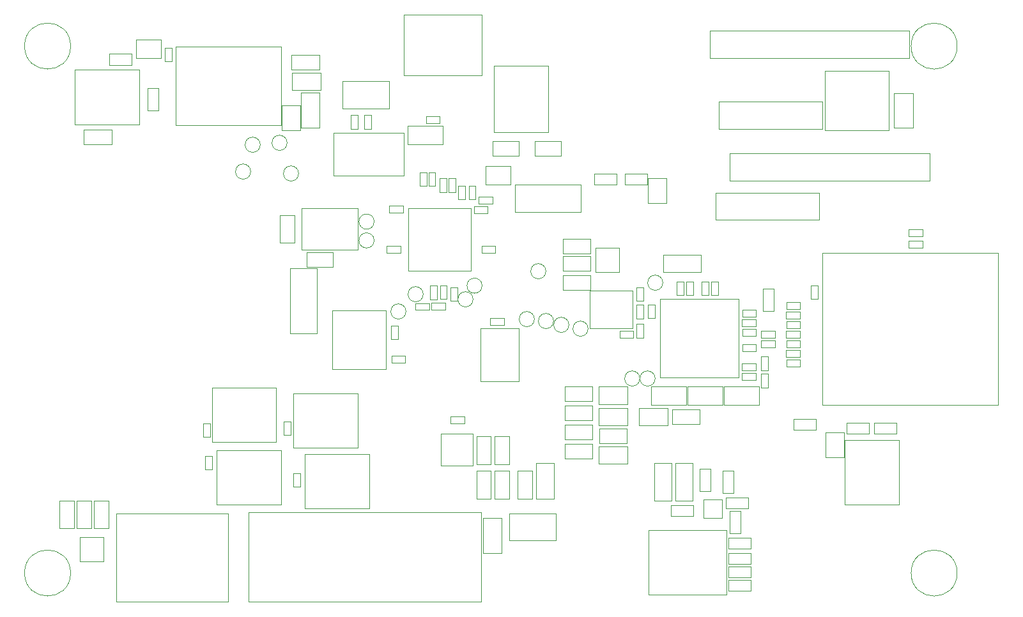
<source format=gbr>
%TF.GenerationSoftware,KiCad,Pcbnew,8.0.0*%
%TF.CreationDate,2024-03-13T17:22:47+01:00*%
%TF.ProjectId,BalloonMotherboardV3,42616c6c-6f6f-46e4-9d6f-74686572626f,rev?*%
%TF.SameCoordinates,Original*%
%TF.FileFunction,Other,User*%
%FSLAX46Y46*%
G04 Gerber Fmt 4.6, Leading zero omitted, Abs format (unit mm)*
G04 Created by KiCad (PCBNEW 8.0.0) date 2024-03-13 17:22:47*
%MOMM*%
%LPD*%
G01*
G04 APERTURE LIST*
%ADD10C,0.050000*%
%ADD11C,0.100000*%
G04 APERTURE END LIST*
D10*
%TO.C,C13*%
X104854000Y-120756000D02*
X104854000Y-122576000D01*
X103934000Y-120756000D02*
X104854000Y-120756000D01*
X104854000Y-122576000D02*
X103934000Y-122576000D01*
X103934000Y-122576000D02*
X103934000Y-120756000D01*
%TO.C,U1*%
X108668000Y-113620000D02*
X115868000Y-113620000D01*
X115868000Y-113620000D02*
X115868000Y-104820000D01*
X108668000Y-104820000D02*
X108668000Y-113620000D01*
X115868000Y-104820000D02*
X108668000Y-104820000D01*
%TO.C,C7*%
X64234000Y-107820000D02*
X64234000Y-110780000D01*
X62774000Y-107820000D02*
X64234000Y-107820000D01*
X64234000Y-110780000D02*
X62774000Y-110780000D01*
X62774000Y-110780000D02*
X62774000Y-107820000D01*
%TO.C,JH3*%
X134352000Y-147340000D02*
X134352000Y-149840000D01*
X134352000Y-147340000D02*
X138952000Y-147340000D01*
X138952000Y-149840000D02*
X134352000Y-149840000D01*
X138952000Y-149840000D02*
X138952000Y-147340000D01*
%TO.C,C48*%
X106659000Y-122222000D02*
X108479000Y-122222000D01*
X106659000Y-123142000D02*
X106659000Y-122222000D01*
X108479000Y-122222000D02*
X108479000Y-123142000D01*
X108479000Y-123142000D02*
X106659000Y-123142000D01*
%TO.C,C36*%
X100097000Y-137225000D02*
X98277000Y-137225000D01*
X100097000Y-136305000D02*
X100097000Y-137225000D01*
X98277000Y-137225000D02*
X98277000Y-136305000D01*
X98277000Y-136305000D02*
X100097000Y-136305000D01*
%TO.C,C33*%
X130000000Y-136504000D02*
X130000000Y-138324000D01*
X129080000Y-136504000D02*
X130000000Y-136504000D01*
X130000000Y-138324000D02*
X129080000Y-138324000D01*
X129080000Y-138324000D02*
X129080000Y-136504000D01*
%TO.C,C52*%
X149246000Y-142192000D02*
X147426000Y-142192000D01*
X149246000Y-141272000D02*
X149246000Y-142192000D01*
X147426000Y-142192000D02*
X147426000Y-141272000D01*
X147426000Y-141272000D02*
X149246000Y-141272000D01*
%TO.C,H1*%
X52580000Y-102235000D02*
G75*
G02*
X46480000Y-102235000I-3050000J0D01*
G01*
X46480000Y-102235000D02*
G75*
G02*
X52580000Y-102235000I3050000J0D01*
G01*
%TO.C,R30*%
X143424000Y-139408000D02*
X141564000Y-139408000D01*
X143424000Y-138468000D02*
X143424000Y-139408000D01*
X141564000Y-139408000D02*
X141564000Y-138468000D01*
X141564000Y-138468000D02*
X143424000Y-138468000D01*
%TO.C,scl0*%
X138463800Y-113204400D02*
X152213800Y-113204400D01*
X152213800Y-113204400D02*
X152213800Y-109604400D01*
X138463800Y-109604400D02*
X138463800Y-113204400D01*
X152213800Y-109604400D02*
X138463800Y-109604400D01*
%TO.C,C25*%
X126028000Y-119158000D02*
X128988000Y-119158000D01*
X126028000Y-120618000D02*
X126028000Y-119158000D01*
X128988000Y-119158000D02*
X128988000Y-120618000D01*
X128988000Y-120618000D02*
X126028000Y-120618000D01*
%TO.C,JHVA1*%
X116867000Y-164189000D02*
X110717000Y-164189000D01*
X110717000Y-164189000D02*
X110717000Y-167789000D01*
X116867000Y-167789000D02*
X116867000Y-164189000D01*
X110717000Y-167789000D02*
X116867000Y-167789000D01*
%TO.C,R10*%
X108265000Y-153979000D02*
X108265000Y-157679000D01*
X106365000Y-153979000D02*
X108265000Y-153979000D01*
X108265000Y-157679000D02*
X106365000Y-157679000D01*
X106365000Y-157679000D02*
X106365000Y-153979000D01*
%TO.C,C4*%
X158334400Y-153650000D02*
X155374400Y-153650000D01*
X158334400Y-152190000D02*
X158334400Y-153650000D01*
X155374400Y-153650000D02*
X155374400Y-152190000D01*
X155374400Y-152190000D02*
X158334400Y-152190000D01*
%TO.C,C31*%
X131124000Y-129914000D02*
X136084000Y-129914000D01*
X131124000Y-132214000D02*
X131124000Y-129914000D01*
X136084000Y-129914000D02*
X136084000Y-132214000D01*
X136084000Y-132214000D02*
X131124000Y-132214000D01*
%TO.C,3VLIN2*%
X162350000Y-154475000D02*
X162350000Y-163025000D01*
X155150000Y-154475000D02*
X162350000Y-154475000D01*
X162350000Y-163025000D02*
X155150000Y-163025000D01*
X155150000Y-163025000D02*
X155150000Y-154475000D01*
%TO.C,C9*%
X147426000Y-143812000D02*
X149246000Y-143812000D01*
X147426000Y-144732000D02*
X147426000Y-143812000D01*
X149246000Y-143812000D02*
X149246000Y-144732000D01*
X149246000Y-144732000D02*
X147426000Y-144732000D01*
%TO.C,R36*%
X121484000Y-132014000D02*
X117784000Y-132014000D01*
X121484000Y-130114000D02*
X121484000Y-132014000D01*
X117784000Y-132014000D02*
X117784000Y-130114000D01*
X117784000Y-130114000D02*
X121484000Y-130114000D01*
%TO.C,J6*%
X163720000Y-100206400D02*
X137270000Y-100206400D01*
X137270000Y-100206400D02*
X137270000Y-103806400D01*
X163720000Y-103806400D02*
X163720000Y-100206400D01*
X137270000Y-103806400D02*
X163720000Y-103806400D01*
%TO.C,R22*%
X121738000Y-156906000D02*
X118038000Y-156906000D01*
X121738000Y-155006000D02*
X121738000Y-156906000D01*
X118038000Y-156906000D02*
X118038000Y-155006000D01*
X118038000Y-155006000D02*
X121738000Y-155006000D01*
%TO.C,R23*%
X58050000Y-115250000D02*
X54350000Y-115250000D01*
X58050000Y-113350000D02*
X58050000Y-115250000D01*
X54350000Y-115250000D02*
X54350000Y-113350000D01*
X54350000Y-113350000D02*
X58050000Y-113350000D01*
%TO.C,R24*%
X121738000Y-151826000D02*
X118038000Y-151826000D01*
X121738000Y-149926000D02*
X121738000Y-151826000D01*
X118038000Y-151826000D02*
X118038000Y-149926000D01*
X118038000Y-149926000D02*
X121738000Y-149926000D01*
%TO.C,R25*%
X57592000Y-162488000D02*
X57592000Y-166188000D01*
X55692000Y-162488000D02*
X57592000Y-162488000D01*
X57592000Y-166188000D02*
X55692000Y-166188000D01*
X55692000Y-166188000D02*
X55692000Y-162488000D01*
%TO.C,C39*%
X111936000Y-116804000D02*
X108536000Y-116804000D01*
X111936000Y-114844000D02*
X111936000Y-116804000D01*
X108536000Y-116804000D02*
X108536000Y-114844000D01*
X108536000Y-114844000D02*
X111936000Y-114844000D01*
D11*
%TO.C,H3-8*%
X76200000Y-164070000D02*
X107000000Y-164070000D01*
X76200000Y-175900000D02*
X76200000Y-164070000D01*
X107000000Y-164070000D02*
X107000000Y-175900000D01*
X107000000Y-175900000D02*
X76200000Y-175900000D01*
D10*
%TO.C,TP11*%
X92800000Y-128000000D02*
G75*
G02*
X90800000Y-128000000I-1000000J0D01*
G01*
X90800000Y-128000000D02*
G75*
G02*
X92800000Y-128000000I1000000J0D01*
G01*
%TO.C,TP17*%
X130032000Y-146304000D02*
G75*
G02*
X128032000Y-146304000I-1000000J0D01*
G01*
X128032000Y-146304000D02*
G75*
G02*
X130032000Y-146304000I1000000J0D01*
G01*
%TO.C,C28*%
X135080000Y-133456000D02*
X135080000Y-135276000D01*
X134160000Y-133456000D02*
X135080000Y-133456000D01*
X135080000Y-135276000D02*
X134160000Y-135276000D01*
X134160000Y-135276000D02*
X134160000Y-133456000D01*
%TO.C,R6*%
X140430000Y-158540000D02*
X140430000Y-161500000D01*
X138970000Y-158540000D02*
X140430000Y-158540000D01*
X140430000Y-161500000D02*
X138970000Y-161500000D01*
X138970000Y-161500000D02*
X138970000Y-158540000D01*
%TO.C,C29*%
X133810000Y-133456000D02*
X133810000Y-135276000D01*
X132890000Y-133456000D02*
X133810000Y-133456000D01*
X133810000Y-135276000D02*
X132890000Y-135276000D01*
X132890000Y-135276000D02*
X132890000Y-133456000D01*
%TO.C,C1*%
X105331000Y-122576000D02*
X105331000Y-120756000D01*
X106251000Y-122576000D02*
X105331000Y-122576000D01*
X105331000Y-120756000D02*
X106251000Y-120756000D01*
X106251000Y-120756000D02*
X106251000Y-122576000D01*
%TO.C,R19*%
X121738000Y-149286000D02*
X118038000Y-149286000D01*
X121738000Y-147386000D02*
X121738000Y-149286000D01*
X118038000Y-149286000D02*
X118038000Y-147386000D01*
X118038000Y-147386000D02*
X121738000Y-147386000D01*
%TO.C,R20*%
X81843000Y-103444000D02*
X85543000Y-103444000D01*
X81843000Y-105344000D02*
X81843000Y-103444000D01*
X85543000Y-103444000D02*
X85543000Y-105344000D01*
X85543000Y-105344000D02*
X81843000Y-105344000D01*
%TO.C,R38*%
X149266000Y-138392000D02*
X147406000Y-138392000D01*
X149266000Y-137452000D02*
X149266000Y-138392000D01*
X147406000Y-138392000D02*
X147406000Y-137452000D01*
X147406000Y-137452000D02*
X149266000Y-137452000D01*
%TO.C,JP5*%
X131552000Y-119762000D02*
X129052000Y-119762000D01*
X131552000Y-119762000D02*
X131552000Y-123062000D01*
X129052000Y-123062000D02*
X129052000Y-119762000D01*
X129052000Y-123062000D02*
X131552000Y-123062000D01*
%TO.C,C55*%
X80820000Y-153818000D02*
X80820000Y-151998000D01*
X81740000Y-153818000D02*
X80820000Y-153818000D01*
X80820000Y-151998000D02*
X81740000Y-151998000D01*
X81740000Y-151998000D02*
X81740000Y-153818000D01*
%TO.C,R39*%
X145964000Y-140932000D02*
X144104000Y-140932000D01*
X145964000Y-139992000D02*
X145964000Y-140932000D01*
X144104000Y-140932000D02*
X144104000Y-139992000D01*
X144104000Y-139992000D02*
X145964000Y-139992000D01*
%TO.C,H3*%
X170055000Y-172085000D02*
G75*
G02*
X163955000Y-172085000I-3050000J0D01*
G01*
X163955000Y-172085000D02*
G75*
G02*
X170055000Y-172085000I3050000J0D01*
G01*
%TO.C,JP1*%
X85578000Y-108444000D02*
X83078000Y-108444000D01*
X85578000Y-108444000D02*
X85578000Y-113044000D01*
X83078000Y-113044000D02*
X83078000Y-108444000D01*
X83078000Y-113044000D02*
X85578000Y-113044000D01*
%TO.C,JH2*%
X134126000Y-149840000D02*
X134126000Y-147340000D01*
X134126000Y-149840000D02*
X129526000Y-149840000D01*
X129526000Y-147340000D02*
X134126000Y-147340000D01*
X129526000Y-147340000D02*
X129526000Y-149840000D01*
%TO.C,J1*%
X97348000Y-123764000D02*
X105598000Y-123764000D01*
X97348000Y-132014000D02*
X97348000Y-123764000D01*
X105598000Y-123764000D02*
X105598000Y-132014000D01*
X105598000Y-132014000D02*
X97348000Y-132014000D01*
%TO.C,C26*%
X83898000Y-129576000D02*
X87298000Y-129576000D01*
X83898000Y-131536000D02*
X83898000Y-129576000D01*
X87298000Y-129576000D02*
X87298000Y-131536000D01*
X87298000Y-131536000D02*
X83898000Y-131536000D01*
D11*
%TO.C,LED_OX1*%
X56972000Y-167310000D02*
X56972000Y-170510000D01*
X53772000Y-167310000D02*
X56972000Y-167310000D01*
X56972000Y-170510000D02*
X53772000Y-170510000D01*
X53772000Y-170510000D02*
X53772000Y-167310000D01*
D10*
%TO.C,R16*%
X144056000Y-145202000D02*
X144056000Y-143342000D01*
X144996000Y-145202000D02*
X144056000Y-145202000D01*
X144056000Y-143342000D02*
X144996000Y-143342000D01*
X144996000Y-143342000D02*
X144996000Y-145202000D01*
%TO.C,TP3*%
X121142000Y-139700000D02*
G75*
G02*
X119142000Y-139700000I-1000000J0D01*
G01*
X119142000Y-139700000D02*
G75*
G02*
X121142000Y-139700000I1000000J0D01*
G01*
%TO.C,R40*%
X145964000Y-142202000D02*
X144104000Y-142202000D01*
X145964000Y-141262000D02*
X145964000Y-142202000D01*
X144104000Y-142202000D02*
X144104000Y-141262000D01*
X144104000Y-141262000D02*
X145964000Y-141262000D01*
%TO.C,MUXH1*%
X160968800Y-105549000D02*
X160968800Y-113399000D01*
X152568800Y-105549000D02*
X160968800Y-105549000D01*
X160968800Y-113399000D02*
X152568800Y-113399000D01*
X152568800Y-113399000D02*
X152568800Y-105549000D01*
%TO.C,C34*%
X143404000Y-142700000D02*
X141584000Y-142700000D01*
X143404000Y-141780000D02*
X143404000Y-142700000D01*
X141584000Y-142700000D02*
X141584000Y-141780000D01*
X141584000Y-141780000D02*
X143404000Y-141780000D01*
%TO.C,JH1*%
X109708000Y-164832000D02*
X107208000Y-164832000D01*
X109708000Y-164832000D02*
X109708000Y-169432000D01*
X107208000Y-169432000D02*
X107208000Y-164832000D01*
X107208000Y-169432000D02*
X109708000Y-169432000D01*
%TO.C,R33*%
X143424000Y-145250000D02*
X141564000Y-145250000D01*
X143424000Y-144310000D02*
X143424000Y-145250000D01*
X141564000Y-145250000D02*
X141564000Y-144310000D01*
X141564000Y-144310000D02*
X143424000Y-144310000D01*
%TO.C,TP6*%
X82788000Y-119126000D02*
G75*
G02*
X80788000Y-119126000I-1000000J0D01*
G01*
X80788000Y-119126000D02*
G75*
G02*
X82788000Y-119126000I1000000J0D01*
G01*
%TO.C,C35*%
X143404000Y-140668000D02*
X141584000Y-140668000D01*
X143404000Y-139748000D02*
X143404000Y-140668000D01*
X141584000Y-140668000D02*
X141584000Y-139748000D01*
X141584000Y-139748000D02*
X143404000Y-139748000D01*
%TO.C,C16*%
X128476000Y-134218000D02*
X128476000Y-136038000D01*
X127556000Y-134218000D02*
X128476000Y-134218000D01*
X128476000Y-136038000D02*
X127556000Y-136038000D01*
X127556000Y-136038000D02*
X127556000Y-134218000D01*
%TO.C,R3*%
X109997600Y-139255600D02*
X108137600Y-139255600D01*
X109997600Y-138315600D02*
X109997600Y-139255600D01*
X108137600Y-139255600D02*
X108137600Y-138315600D01*
X108137600Y-138315600D02*
X109997600Y-138315600D01*
%TO.C,C21*%
X142704000Y-174466000D02*
X139744000Y-174466000D01*
X142704000Y-173006000D02*
X142704000Y-174466000D01*
X139744000Y-174466000D02*
X139744000Y-173006000D01*
X139744000Y-173006000D02*
X142704000Y-173006000D01*
%TO.C,R11*%
X111826000Y-162251000D02*
X111826000Y-158551000D01*
X113726000Y-162251000D02*
X111826000Y-162251000D01*
X111826000Y-158551000D02*
X113726000Y-158551000D01*
X113726000Y-158551000D02*
X113726000Y-162251000D01*
%TO.C,C40*%
X107040000Y-128699000D02*
X108860000Y-128699000D01*
X107040000Y-129619000D02*
X107040000Y-128699000D01*
X108860000Y-128699000D02*
X108860000Y-129619000D01*
X108860000Y-129619000D02*
X107040000Y-129619000D01*
D11*
%TO.C,J3*%
X152180000Y-149775000D02*
X152180000Y-129625000D01*
X175480000Y-149775000D02*
X152180000Y-149775000D01*
X152180000Y-129625000D02*
X175480000Y-129625000D01*
X175480000Y-129625000D02*
X175480000Y-149775000D01*
D10*
%TO.C,R37*%
X149266000Y-140932000D02*
X147406000Y-140932000D01*
X149266000Y-139992000D02*
X149266000Y-140932000D01*
X147406000Y-140932000D02*
X147406000Y-139992000D01*
X147406000Y-139992000D02*
X149266000Y-139992000D01*
D11*
%TO.C,SD1*%
X80460000Y-112730000D02*
X66540000Y-112730000D01*
X80460000Y-102270000D02*
X80460000Y-112730000D01*
X66540000Y-112730000D02*
X66540000Y-102270000D01*
X66540000Y-102270000D02*
X80460000Y-102270000D01*
D10*
%TO.C,C17*%
X141370500Y-163861500D02*
X141370500Y-166821500D01*
X139910500Y-163861500D02*
X141370500Y-163861500D01*
X141370500Y-166821500D02*
X139910500Y-166821500D01*
X139910500Y-166821500D02*
X139910500Y-163861500D01*
%TO.C,FB1*%
X144284000Y-137365000D02*
X144284000Y-134415000D01*
X145784000Y-137365000D02*
X144284000Y-137365000D01*
X144284000Y-134415000D02*
X145784000Y-134415000D01*
X145784000Y-134415000D02*
X145784000Y-137365000D01*
%TO.C,R67*%
X92418000Y-111338000D02*
X92418000Y-113198000D01*
X91478000Y-111338000D02*
X92418000Y-111338000D01*
X92418000Y-113198000D02*
X91478000Y-113198000D01*
X91478000Y-113198000D02*
X91478000Y-111338000D01*
%TO.C,R15*%
X163662000Y-128054000D02*
X165522000Y-128054000D01*
X163662000Y-128994000D02*
X163662000Y-128054000D01*
X165522000Y-128054000D02*
X165522000Y-128994000D01*
X165522000Y-128994000D02*
X163662000Y-128994000D01*
%TO.C,C32*%
X137112000Y-133456000D02*
X137112000Y-135276000D01*
X136192000Y-133456000D02*
X137112000Y-133456000D01*
X137112000Y-135276000D02*
X136192000Y-135276000D01*
X136192000Y-135276000D02*
X136192000Y-133456000D01*
%TO.C,TP14*%
X99298000Y-135128000D02*
G75*
G02*
X97298000Y-135128000I-1000000J0D01*
G01*
X97298000Y-135128000D02*
G75*
G02*
X99298000Y-135128000I1000000J0D01*
G01*
%TO.C,TP9*%
X76438000Y-118872000D02*
G75*
G02*
X74438000Y-118872000I-1000000J0D01*
G01*
X74438000Y-118872000D02*
G75*
G02*
X76438000Y-118872000I1000000J0D01*
G01*
%TO.C,R5*%
X142704000Y-168865500D02*
X139744000Y-168865500D01*
X142704000Y-167405500D02*
X142704000Y-168865500D01*
X139744000Y-168865500D02*
X139744000Y-167405500D01*
X139744000Y-167405500D02*
X142704000Y-167405500D01*
%TO.C,JP11*%
X83038000Y-110110000D02*
X80538000Y-110110000D01*
X83038000Y-110110000D02*
X83038000Y-113410000D01*
X80538000Y-113410000D02*
X80538000Y-110110000D01*
X80538000Y-113410000D02*
X83038000Y-113410000D01*
%TO.C,R28*%
X135922000Y-161246000D02*
X135922000Y-158286000D01*
X137382000Y-161246000D02*
X135922000Y-161246000D01*
X135922000Y-158286000D02*
X137382000Y-158286000D01*
X137382000Y-158286000D02*
X137382000Y-161246000D01*
%TO.C,TP4*%
X116570000Y-138684000D02*
G75*
G02*
X114570000Y-138684000I-1000000J0D01*
G01*
X114570000Y-138684000D02*
G75*
G02*
X116570000Y-138684000I1000000J0D01*
G01*
%TO.C,R18*%
X82230000Y-124642000D02*
X82230000Y-128342000D01*
X80330000Y-124642000D02*
X82230000Y-124642000D01*
X82230000Y-128342000D02*
X80330000Y-128342000D01*
X80330000Y-128342000D02*
X80330000Y-124642000D01*
%TO.C,C15*%
X125328000Y-140002000D02*
X127148000Y-140002000D01*
X125328000Y-140922000D02*
X125328000Y-140002000D01*
X127148000Y-140002000D02*
X127148000Y-140922000D01*
X127148000Y-140922000D02*
X125328000Y-140922000D01*
%TO.C,R1*%
X102451000Y-119720000D02*
X102451000Y-121580000D01*
X101511000Y-119720000D02*
X102451000Y-119720000D01*
X102451000Y-121580000D02*
X101511000Y-121580000D01*
X101511000Y-121580000D02*
X101511000Y-119720000D01*
%TO.C,C12*%
X96922000Y-144224000D02*
X95102000Y-144224000D01*
X96922000Y-143304000D02*
X96922000Y-144224000D01*
X95102000Y-144224000D02*
X95102000Y-143304000D01*
X95102000Y-143304000D02*
X96922000Y-143304000D01*
D11*
%TO.C,LED1*%
X122098000Y-128956000D02*
X125298000Y-128956000D01*
X122098000Y-132156000D02*
X122098000Y-128956000D01*
X125298000Y-128956000D02*
X125298000Y-132156000D01*
X125298000Y-132156000D02*
X122098000Y-132156000D01*
%TO.C,S1*%
X111964400Y-139673600D02*
X111964400Y-146673600D01*
X106864400Y-139673600D02*
X111964400Y-139673600D01*
X111964400Y-146673600D02*
X106864400Y-146673600D01*
X106864400Y-146673600D02*
X106864400Y-139673600D01*
D10*
%TO.C,R_shunt1*%
X114243000Y-162243000D02*
X114243000Y-157543000D01*
X116643000Y-162243000D02*
X114243000Y-162243000D01*
X114243000Y-157543000D02*
X116643000Y-157543000D01*
X116643000Y-157543000D02*
X116643000Y-162243000D01*
%TO.C,C49*%
X101494000Y-112474000D02*
X99674000Y-112474000D01*
X101494000Y-111554000D02*
X101494000Y-112474000D01*
X99674000Y-112474000D02*
X99674000Y-111554000D01*
X99674000Y-111554000D02*
X101494000Y-111554000D01*
%TO.C,R34*%
X117784000Y-132654000D02*
X121484000Y-132654000D01*
X117784000Y-134554000D02*
X117784000Y-132654000D01*
X121484000Y-132654000D02*
X121484000Y-134554000D01*
X121484000Y-134554000D02*
X117784000Y-134554000D01*
%TO.C,3VLIN1*%
X61679000Y-112600000D02*
X53129000Y-112600000D01*
X61679000Y-105400000D02*
X61679000Y-112600000D01*
X53129000Y-112600000D02*
X53129000Y-105400000D01*
X53129000Y-105400000D02*
X61679000Y-105400000D01*
%TO.C,IC1*%
X90625000Y-129250000D02*
X83175000Y-129250000D01*
X90625000Y-123750000D02*
X90625000Y-129250000D01*
X83175000Y-129250000D02*
X83175000Y-123750000D01*
X83175000Y-123750000D02*
X90625000Y-123750000D01*
%TO.C,C44*%
X102441000Y-133964000D02*
X102441000Y-135784000D01*
X101521000Y-133964000D02*
X102441000Y-133964000D01*
X102441000Y-135784000D02*
X101521000Y-135784000D01*
X101521000Y-135784000D02*
X101521000Y-133964000D01*
%TO.C,V_5V1*%
X126360000Y-149707000D02*
X122560000Y-149707000D01*
X126360000Y-147357000D02*
X126360000Y-149707000D01*
X122560000Y-149707000D02*
X122560000Y-147357000D01*
X122560000Y-147357000D02*
X126360000Y-147357000D01*
%TO.C,C56*%
X71072000Y-152252000D02*
X71072000Y-154072000D01*
X70152000Y-152252000D02*
X71072000Y-152252000D01*
X71072000Y-154072000D02*
X70152000Y-154072000D01*
X70152000Y-154072000D02*
X70152000Y-152252000D01*
%TO.C,TP5*%
X114030000Y-138430000D02*
G75*
G02*
X112030000Y-138430000I-1000000J0D01*
G01*
X112030000Y-138430000D02*
G75*
G02*
X114030000Y-138430000I1000000J0D01*
G01*
%TO.C,C41*%
X65072000Y-104288000D02*
X65072000Y-102468000D01*
X65992000Y-104288000D02*
X65072000Y-104288000D01*
X65072000Y-102468000D02*
X65992000Y-102468000D01*
X65992000Y-102468000D02*
X65992000Y-104288000D01*
%TO.C,TP2*%
X118602000Y-139192000D02*
G75*
G02*
X116602000Y-139192000I-1000000J0D01*
G01*
X116602000Y-139192000D02*
G75*
G02*
X118602000Y-139192000I1000000J0D01*
G01*
%TO.C,R29*%
X128486000Y-136484000D02*
X128486000Y-138344000D01*
X127546000Y-136484000D02*
X128486000Y-136484000D01*
X128486000Y-138344000D02*
X127546000Y-138344000D01*
X127546000Y-138344000D02*
X127546000Y-136484000D01*
%TO.C,C19*%
X103838000Y-134218000D02*
X103838000Y-136038000D01*
X102918000Y-134218000D02*
X103838000Y-134218000D01*
X103838000Y-136038000D02*
X102918000Y-136038000D01*
X102918000Y-136038000D02*
X102918000Y-134218000D01*
%TO.C,C6*%
X135008000Y-157540000D02*
X135008000Y-162500000D01*
X132708000Y-157540000D02*
X135008000Y-157540000D01*
X135008000Y-162500000D02*
X132708000Y-162500000D01*
X132708000Y-162500000D02*
X132708000Y-157540000D01*
%TO.C,C3*%
X142374500Y-163531500D02*
X139414500Y-163531500D01*
X142374500Y-162071500D02*
X142374500Y-163531500D01*
X139414500Y-163531500D02*
X139414500Y-162071500D01*
X139414500Y-162071500D02*
X142374500Y-162071500D01*
%TO.C,C5*%
X132214000Y-157540000D02*
X132214000Y-162500000D01*
X129914000Y-157540000D02*
X132214000Y-157540000D01*
X132214000Y-162500000D02*
X129914000Y-162500000D01*
X129914000Y-162500000D02*
X129914000Y-157540000D01*
%TO.C,BUCK1*%
X136443000Y-162326000D02*
X138893000Y-162326000D01*
X136443000Y-164826000D02*
X136443000Y-162326000D01*
X138893000Y-162326000D02*
X138893000Y-164826000D01*
X138893000Y-164826000D02*
X136443000Y-164826000D01*
%TO.C,JP10*%
X110870000Y-120630000D02*
X110870000Y-118130000D01*
X110870000Y-120630000D02*
X107570000Y-120630000D01*
X107570000Y-118130000D02*
X110870000Y-118130000D01*
X107570000Y-118130000D02*
X107570000Y-120630000D01*
%TO.C,R4*%
X53020000Y-162488000D02*
X53020000Y-166188000D01*
X51120000Y-162488000D02*
X53020000Y-162488000D01*
X53020000Y-166188000D02*
X51120000Y-166188000D01*
X51120000Y-166188000D02*
X51120000Y-162488000D01*
%TO.C,C47*%
X99997000Y-120798000D02*
X99997000Y-118978000D01*
X100917000Y-120798000D02*
X99997000Y-120798000D01*
X99997000Y-118978000D02*
X100917000Y-118978000D01*
X100917000Y-118978000D02*
X100917000Y-120798000D01*
%TO.C,C23*%
X124924000Y-120618000D02*
X121964000Y-120618000D01*
X124924000Y-119158000D02*
X124924000Y-120618000D01*
X121964000Y-120618000D02*
X121964000Y-119158000D01*
X121964000Y-119158000D02*
X124924000Y-119158000D01*
%TO.C,C53*%
X149246000Y-139652000D02*
X147426000Y-139652000D01*
X149246000Y-138732000D02*
X149246000Y-139652000D01*
X147426000Y-139652000D02*
X147426000Y-138732000D01*
X147426000Y-138732000D02*
X149246000Y-138732000D01*
%TO.C,ICH3*%
X90610000Y-155492000D02*
X82110000Y-155492000D01*
X90610000Y-148292000D02*
X90610000Y-155492000D01*
X82110000Y-155492000D02*
X82110000Y-148292000D01*
X82110000Y-148292000D02*
X90610000Y-148292000D01*
%TO.C,R26*%
X53406000Y-166188000D02*
X53406000Y-162488000D01*
X55306000Y-166188000D02*
X53406000Y-166188000D01*
X53406000Y-162488000D02*
X55306000Y-162488000D01*
X55306000Y-162488000D02*
X55306000Y-166188000D01*
%TO.C,ICH2*%
X92134000Y-163528800D02*
X83634000Y-163528800D01*
X92134000Y-156328800D02*
X92134000Y-163528800D01*
X83634000Y-163528800D02*
X83634000Y-156328800D01*
X83634000Y-156328800D02*
X92134000Y-156328800D01*
%TO.C,V_LAN1*%
X127894000Y-150209000D02*
X131694000Y-150209000D01*
X127894000Y-152559000D02*
X127894000Y-150209000D01*
X131694000Y-150209000D02*
X131694000Y-152559000D01*
X131694000Y-152559000D02*
X127894000Y-152559000D01*
%TO.C,C2*%
X159032000Y-152190000D02*
X161992000Y-152190000D01*
X159032000Y-153650000D02*
X159032000Y-152190000D01*
X161992000Y-152190000D02*
X161992000Y-153650000D01*
X161992000Y-153650000D02*
X159032000Y-153650000D01*
D11*
%TO.C,H1-2*%
X58640000Y-164188000D02*
X73440000Y-164188000D01*
X58640000Y-175918000D02*
X58640000Y-164188000D01*
X73440000Y-164188000D02*
X73440000Y-175918000D01*
X73440000Y-175918000D02*
X58640000Y-175918000D01*
D10*
%TO.C,C22*%
X142704000Y-170910000D02*
X139744000Y-170910000D01*
X142704000Y-169450000D02*
X142704000Y-170910000D01*
X139744000Y-170910000D02*
X139744000Y-169450000D01*
X139744000Y-169450000D02*
X142704000Y-169450000D01*
%TO.C,H2*%
X52580000Y-172085000D02*
G75*
G02*
X46480000Y-172085000I-3050000J0D01*
G01*
X46480000Y-172085000D02*
G75*
G02*
X52580000Y-172085000I3050000J0D01*
G01*
%TO.C,R35*%
X117784000Y-127828000D02*
X121484000Y-127828000D01*
X117784000Y-129728000D02*
X117784000Y-127828000D01*
X121484000Y-127828000D02*
X121484000Y-129728000D01*
X121484000Y-129728000D02*
X117784000Y-129728000D01*
%TO.C,C37*%
X100390000Y-136235000D02*
X102210000Y-136235000D01*
X100390000Y-137155000D02*
X100390000Y-136235000D01*
X102210000Y-136235000D02*
X102210000Y-137155000D01*
X102210000Y-137155000D02*
X100390000Y-137155000D01*
%TO.C,R27*%
X128486000Y-139024000D02*
X128486000Y-140884000D01*
X127546000Y-139024000D02*
X128486000Y-139024000D01*
X128486000Y-140884000D02*
X127546000Y-140884000D01*
X127546000Y-140884000D02*
X127546000Y-139024000D01*
%TO.C,C8*%
X57724000Y-103270000D02*
X60684000Y-103270000D01*
X57724000Y-104730000D02*
X57724000Y-103270000D01*
X60684000Y-103270000D02*
X60684000Y-104730000D01*
X60684000Y-104730000D02*
X57724000Y-104730000D01*
%TO.C,V_shifter1*%
X94380400Y-137248200D02*
X94380400Y-145098200D01*
X87280400Y-137248200D02*
X94380400Y-137248200D01*
X94380400Y-145098200D02*
X87280400Y-145098200D01*
X87280400Y-145098200D02*
X87280400Y-137248200D01*
%TO.C,IC2*%
X141115000Y-146195000D02*
X130665000Y-146195000D01*
X141115000Y-135745000D02*
X141115000Y-146195000D01*
X130665000Y-146195000D02*
X130665000Y-135745000D01*
X130665000Y-135745000D02*
X141115000Y-135745000D01*
%TO.C,R66*%
X89700000Y-113198000D02*
X89700000Y-111338000D01*
X90640000Y-113198000D02*
X89700000Y-113198000D01*
X89700000Y-111338000D02*
X90640000Y-111338000D01*
X90640000Y-111338000D02*
X90640000Y-113198000D01*
%TO.C,JH4*%
X143778000Y-149840000D02*
X143778000Y-147340000D01*
X143778000Y-149840000D02*
X139178000Y-149840000D01*
X139178000Y-147340000D02*
X143778000Y-147340000D01*
X139178000Y-147340000D02*
X139178000Y-149840000D01*
D11*
%TO.C,J2*%
X107054800Y-106133000D02*
X96754800Y-106133000D01*
X107054800Y-98083000D02*
X107054800Y-106133000D01*
X96754800Y-106133000D02*
X96754800Y-98083000D01*
X96754800Y-98083000D02*
X107054800Y-98083000D01*
%TO.C,L1*%
X129128000Y-166438000D02*
X139453000Y-166438000D01*
X129128000Y-174913000D02*
X129128000Y-166438000D01*
X139453000Y-166438000D02*
X139453000Y-174913000D01*
X139453000Y-174913000D02*
X129128000Y-174913000D01*
D10*
%TO.C,R12*%
X104816000Y-152235000D02*
X102956000Y-152235000D01*
X104816000Y-151295000D02*
X104816000Y-152235000D01*
X102956000Y-152235000D02*
X102956000Y-151295000D01*
X102956000Y-151295000D02*
X104816000Y-151295000D01*
%TO.C,TP16*%
X128000000Y-146304000D02*
G75*
G02*
X126000000Y-146304000I-1000000J0D01*
G01*
X126000000Y-146304000D02*
G75*
G02*
X128000000Y-146304000I1000000J0D01*
G01*
%TO.C,C14*%
X132124000Y-163100000D02*
X135084000Y-163100000D01*
X132124000Y-164560000D02*
X132124000Y-163100000D01*
X135084000Y-163100000D02*
X135084000Y-164560000D01*
X135084000Y-164560000D02*
X132124000Y-164560000D01*
%TO.C,IC4*%
X105884000Y-153577000D02*
X105884000Y-157827000D01*
X101634000Y-153577000D02*
X105884000Y-153577000D01*
X105884000Y-157827000D02*
X101634000Y-157827000D01*
X101634000Y-157827000D02*
X101634000Y-153577000D01*
%TO.C,J5*%
X166387000Y-116462400D02*
X139937000Y-116462400D01*
X139937000Y-116462400D02*
X139937000Y-120062400D01*
X166387000Y-120062400D02*
X166387000Y-116462400D01*
X139937000Y-120062400D02*
X166387000Y-120062400D01*
%TO.C,TP1*%
X107100000Y-134000000D02*
G75*
G02*
X105100000Y-134000000I-1000000J0D01*
G01*
X105100000Y-134000000D02*
G75*
G02*
X107100000Y-134000000I1000000J0D01*
G01*
%TO.C,C45*%
X149246000Y-137112000D02*
X147426000Y-137112000D01*
X149246000Y-136192000D02*
X149246000Y-137112000D01*
X147426000Y-137112000D02*
X147426000Y-136192000D01*
X147426000Y-136192000D02*
X149246000Y-136192000D01*
%TO.C,R7*%
X110678000Y-158551000D02*
X110678000Y-162251000D01*
X108778000Y-158551000D02*
X110678000Y-158551000D01*
X110678000Y-162251000D02*
X108778000Y-162251000D01*
X108778000Y-162251000D02*
X108778000Y-158551000D01*
%TO.C,R2*%
X103594000Y-119720000D02*
X103594000Y-121580000D01*
X102654000Y-119720000D02*
X103594000Y-119720000D01*
X103594000Y-121580000D02*
X102654000Y-121580000D01*
X102654000Y-121580000D02*
X102654000Y-119720000D01*
%TO.C,TP15*%
X131048000Y-133604000D02*
G75*
G02*
X129048000Y-133604000I-1000000J0D01*
G01*
X129048000Y-133604000D02*
G75*
G02*
X131048000Y-133604000I1000000J0D01*
G01*
%TO.C,R17*%
X132262000Y-150434000D02*
X135962000Y-150434000D01*
X132262000Y-152334000D02*
X132262000Y-150434000D01*
X135962000Y-150434000D02*
X135962000Y-152334000D01*
X135962000Y-152334000D02*
X132262000Y-152334000D01*
%TO.C,!V_BAT1*%
X122610000Y-152974000D02*
X126310000Y-152974000D01*
X122610000Y-154874000D02*
X122610000Y-152974000D01*
X126310000Y-152974000D02*
X126310000Y-154874000D01*
X126310000Y-154874000D02*
X122610000Y-154874000D01*
%TO.C,C11*%
X148380000Y-151670000D02*
X151340000Y-151670000D01*
X148380000Y-153130000D02*
X148380000Y-151670000D01*
X151340000Y-151670000D02*
X151340000Y-153130000D01*
X151340000Y-153130000D02*
X148380000Y-153130000D01*
%TO.C,R21*%
X121738000Y-154366000D02*
X118038000Y-154366000D01*
X121738000Y-152466000D02*
X121738000Y-154366000D01*
X118038000Y-154366000D02*
X118038000Y-152466000D01*
X118038000Y-152466000D02*
X121738000Y-152466000D01*
%TO.C,scl1*%
X138057400Y-125294800D02*
X151807400Y-125294800D01*
X151807400Y-125294800D02*
X151807400Y-121694800D01*
X138057400Y-121694800D02*
X138057400Y-125294800D01*
X151807400Y-121694800D02*
X138057400Y-121694800D01*
%TO.C,TP18*%
X115554000Y-132080000D02*
G75*
G02*
X113554000Y-132080000I-1000000J0D01*
G01*
X113554000Y-132080000D02*
G75*
G02*
X115554000Y-132080000I1000000J0D01*
G01*
%TO.C,JP9*%
X61254000Y-101350000D02*
X61254000Y-103850000D01*
X61254000Y-101350000D02*
X64554000Y-101350000D01*
X64554000Y-103850000D02*
X61254000Y-103850000D01*
X64554000Y-103850000D02*
X64554000Y-101350000D01*
%TO.C,C30*%
X138382000Y-133456000D02*
X138382000Y-135276000D01*
X137462000Y-133456000D02*
X138382000Y-133456000D01*
X138382000Y-135276000D02*
X137462000Y-135276000D01*
X137462000Y-135276000D02*
X137462000Y-133456000D01*
D11*
%TO.C,Y1*%
X127006000Y-139660000D02*
X121406000Y-139660000D01*
X127006000Y-134660000D02*
X127006000Y-139660000D01*
X121406000Y-139660000D02*
X121406000Y-134660000D01*
X121406000Y-134660000D02*
X127006000Y-134660000D01*
D10*
%TO.C,H4*%
X170055000Y-102235000D02*
G75*
G02*
X163955000Y-102235000I-3050000J0D01*
G01*
X163955000Y-102235000D02*
G75*
G02*
X170055000Y-102235000I3050000J0D01*
G01*
%TO.C,U2*%
X87425000Y-113726000D02*
X87425000Y-119446000D01*
X87425000Y-119446000D02*
X96725000Y-119446000D01*
X96725000Y-113726000D02*
X87425000Y-113726000D01*
X96725000Y-119446000D02*
X96725000Y-113726000D01*
%TO.C,TP12*%
X105900000Y-135800000D02*
G75*
G02*
X103900000Y-135800000I-1000000J0D01*
G01*
X103900000Y-135800000D02*
G75*
G02*
X105900000Y-135800000I1000000J0D01*
G01*
%TO.C,R31*%
X144996000Y-145628000D02*
X144996000Y-147488000D01*
X144056000Y-145628000D02*
X144996000Y-145628000D01*
X144996000Y-147488000D02*
X144056000Y-147488000D01*
X144056000Y-147488000D02*
X144056000Y-145628000D01*
%TO.C,R32*%
X143424000Y-146520000D02*
X141564000Y-146520000D01*
X143424000Y-145580000D02*
X143424000Y-146520000D01*
X141564000Y-146520000D02*
X141564000Y-145580000D01*
X141564000Y-145580000D02*
X143424000Y-145580000D01*
%TO.C,JB_or_U1*%
X111499000Y-124228000D02*
X120149000Y-124228000D01*
X120149000Y-124228000D02*
X120149000Y-120628000D01*
X111499000Y-120628000D02*
X111499000Y-124228000D01*
X120149000Y-120628000D02*
X111499000Y-120628000D01*
%TO.C,C18*%
X98854000Y-120798000D02*
X98854000Y-118978000D01*
X99774000Y-120798000D02*
X98854000Y-120798000D01*
X98854000Y-118978000D02*
X99774000Y-118978000D01*
X99774000Y-118978000D02*
X99774000Y-120798000D01*
%TO.C,JP4*%
X164216400Y-108494800D02*
X161716400Y-108494800D01*
X164216400Y-108494800D02*
X164216400Y-113094800D01*
X161716400Y-113094800D02*
X161716400Y-108494800D01*
X161716400Y-113094800D02*
X164216400Y-113094800D01*
%TO.C,C20*%
X142704000Y-172675500D02*
X139744000Y-172675500D01*
X142704000Y-171215500D02*
X142704000Y-172675500D01*
X139744000Y-172675500D02*
X139744000Y-171215500D01*
X139744000Y-171215500D02*
X142704000Y-171215500D01*
%TO.C,C42*%
X143404000Y-138114000D02*
X141584000Y-138114000D01*
X143404000Y-137194000D02*
X143404000Y-138114000D01*
X141584000Y-138114000D02*
X141584000Y-137194000D01*
X141584000Y-137194000D02*
X143404000Y-137194000D01*
%TO.C,C38*%
X114124000Y-114844000D02*
X117524000Y-114844000D01*
X114124000Y-116804000D02*
X114124000Y-114844000D01*
X117524000Y-114844000D02*
X117524000Y-116804000D01*
X117524000Y-116804000D02*
X114124000Y-116804000D01*
%TO.C,V_BATT1*%
X126360000Y-157639000D02*
X122560000Y-157639000D01*
X126360000Y-155289000D02*
X126360000Y-157639000D01*
X122560000Y-157639000D02*
X122560000Y-155289000D01*
X122560000Y-155289000D02*
X126360000Y-155289000D01*
%TO.C,C24*%
X95964000Y-139298000D02*
X95964000Y-141118000D01*
X95044000Y-139298000D02*
X95964000Y-139298000D01*
X95964000Y-141118000D02*
X95044000Y-141118000D01*
X95044000Y-141118000D02*
X95044000Y-139298000D01*
%TO.C,R9*%
X108778000Y-157679000D02*
X108778000Y-153979000D01*
X110678000Y-157679000D02*
X108778000Y-157679000D01*
X108778000Y-153979000D02*
X110678000Y-153979000D01*
X110678000Y-153979000D02*
X110678000Y-157679000D01*
%TO.C,C51*%
X96287000Y-129619000D02*
X94467000Y-129619000D01*
X96287000Y-128699000D02*
X96287000Y-129619000D01*
X94467000Y-129619000D02*
X94467000Y-128699000D01*
X94467000Y-128699000D02*
X96287000Y-128699000D01*
%TO.C,C46*%
X106024000Y-123492000D02*
X107844000Y-123492000D01*
X106024000Y-124412000D02*
X106024000Y-123492000D01*
X107844000Y-123492000D02*
X107844000Y-124412000D01*
X107844000Y-124412000D02*
X106024000Y-124412000D01*
%TO.C,ICH1*%
X80450000Y-162985000D02*
X71950000Y-162985000D01*
X80450000Y-155785000D02*
X80450000Y-162985000D01*
X71950000Y-162985000D02*
X71950000Y-155785000D01*
X71950000Y-155785000D02*
X80450000Y-155785000D01*
%TO.C,C57*%
X82090000Y-160676000D02*
X82090000Y-158856000D01*
X83010000Y-160676000D02*
X82090000Y-160676000D01*
X82090000Y-158856000D02*
X83010000Y-158856000D01*
X83010000Y-158856000D02*
X83010000Y-160676000D01*
%TO.C,Jvbus1*%
X101868000Y-115296000D02*
X101868000Y-112796000D01*
X101868000Y-115296000D02*
X97268000Y-115296000D01*
X97268000Y-112796000D02*
X101868000Y-112796000D01*
X97268000Y-112796000D02*
X97268000Y-115296000D01*
%TO.C,R8*%
X106365000Y-162251000D02*
X106365000Y-158551000D01*
X108265000Y-162251000D02*
X106365000Y-162251000D01*
X106365000Y-158551000D02*
X108265000Y-158551000D01*
X108265000Y-158551000D02*
X108265000Y-162251000D01*
%TO.C,R13*%
X149266000Y-143472000D02*
X147406000Y-143472000D01*
X149266000Y-142532000D02*
X149266000Y-143472000D01*
X147406000Y-143472000D02*
X147406000Y-142532000D01*
X147406000Y-142532000D02*
X149266000Y-142532000D01*
%TO.C,JP3*%
X152607200Y-156754400D02*
X155107200Y-156754400D01*
X152607200Y-156754400D02*
X152607200Y-153454400D01*
X155107200Y-153454400D02*
X155107200Y-156754400D01*
X155107200Y-153454400D02*
X152607200Y-153454400D01*
%TO.C,C10*%
X151590000Y-133964000D02*
X151590000Y-135784000D01*
X150670000Y-133964000D02*
X151590000Y-133964000D01*
X151590000Y-135784000D02*
X150670000Y-135784000D01*
X150670000Y-135784000D02*
X150670000Y-133964000D01*
%TO.C,J4*%
X88619000Y-110512000D02*
X94769000Y-110512000D01*
X94769000Y-110512000D02*
X94769000Y-106912000D01*
X88619000Y-106912000D02*
X88619000Y-110512000D01*
X94769000Y-106912000D02*
X88619000Y-106912000D01*
%TO.C,J5V2*%
X85239000Y-140342000D02*
X85239000Y-131692000D01*
X85239000Y-131692000D02*
X81639000Y-131692000D01*
X81639000Y-140342000D02*
X85239000Y-140342000D01*
X81639000Y-131692000D02*
X81639000Y-140342000D01*
%TO.C,TP7*%
X77708000Y-115316000D02*
G75*
G02*
X75708000Y-115316000I-1000000J0D01*
G01*
X75708000Y-115316000D02*
G75*
G02*
X77708000Y-115316000I1000000J0D01*
G01*
%TO.C,TP13*%
X97012000Y-137414000D02*
G75*
G02*
X95012000Y-137414000I-1000000J0D01*
G01*
X95012000Y-137414000D02*
G75*
G02*
X97012000Y-137414000I1000000J0D01*
G01*
%TO.C,C50*%
X96617200Y-124310400D02*
X94797200Y-124310400D01*
X96617200Y-123390400D02*
X96617200Y-124310400D01*
X94797200Y-124310400D02*
X94797200Y-123390400D01*
X94797200Y-123390400D02*
X96617200Y-123390400D01*
%TO.C,TP10*%
X92800000Y-125500000D02*
G75*
G02*
X90800000Y-125500000I-1000000J0D01*
G01*
X90800000Y-125500000D02*
G75*
G02*
X92800000Y-125500000I1000000J0D01*
G01*
%TO.C,R68*%
X101181000Y-133944000D02*
X101181000Y-135804000D01*
X100241000Y-133944000D02*
X101181000Y-133944000D01*
X101181000Y-135804000D02*
X100241000Y-135804000D01*
X100241000Y-135804000D02*
X100241000Y-133944000D01*
%TO.C,V_uC1*%
X126360000Y-152559000D02*
X122560000Y-152559000D01*
X126360000Y-150209000D02*
X126360000Y-152559000D01*
X122560000Y-152559000D02*
X122560000Y-150209000D01*
X122560000Y-150209000D02*
X126360000Y-150209000D01*
%TO.C,R14*%
X163662000Y-126530000D02*
X165522000Y-126530000D01*
X163662000Y-127470000D02*
X163662000Y-126530000D01*
X165522000Y-126530000D02*
X165522000Y-127470000D01*
X165522000Y-127470000D02*
X163662000Y-127470000D01*
%TO.C,C54*%
X70406000Y-158390000D02*
X70406000Y-156570000D01*
X71326000Y-158390000D02*
X70406000Y-158390000D01*
X70406000Y-156570000D02*
X71326000Y-156570000D01*
X71326000Y-156570000D02*
X71326000Y-158390000D01*
%TO.C,V_SD1*%
X85720000Y-108109000D02*
X81920000Y-108109000D01*
X85720000Y-105759000D02*
X85720000Y-108109000D01*
X81920000Y-108109000D02*
X81920000Y-105759000D01*
X81920000Y-105759000D02*
X85720000Y-105759000D01*
%TO.C,ICH0*%
X79815000Y-154730000D02*
X71315000Y-154730000D01*
X79815000Y-147530000D02*
X79815000Y-154730000D01*
X71315000Y-154730000D02*
X71315000Y-147530000D01*
X71315000Y-147530000D02*
X79815000Y-147530000D01*
%TO.C,TP8*%
X81264000Y-115062000D02*
G75*
G02*
X79264000Y-115062000I-1000000J0D01*
G01*
X79264000Y-115062000D02*
G75*
G02*
X81264000Y-115062000I1000000J0D01*
G01*
%TD*%
M02*

</source>
